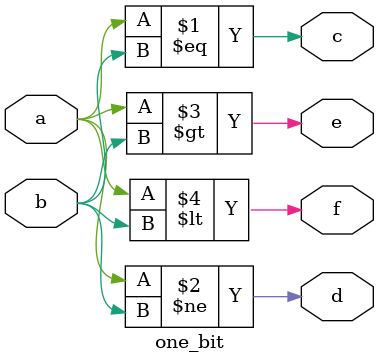
<source format=v>
`timescale 1ns / 1ps


module one_bit(
    input a,b,
    output c,d,e,f
    );
    
    assign c = (a==b);
    assign d = (a!=b);
    assign e = (a>b);
    assign f = (a<b);
endmodule

</source>
